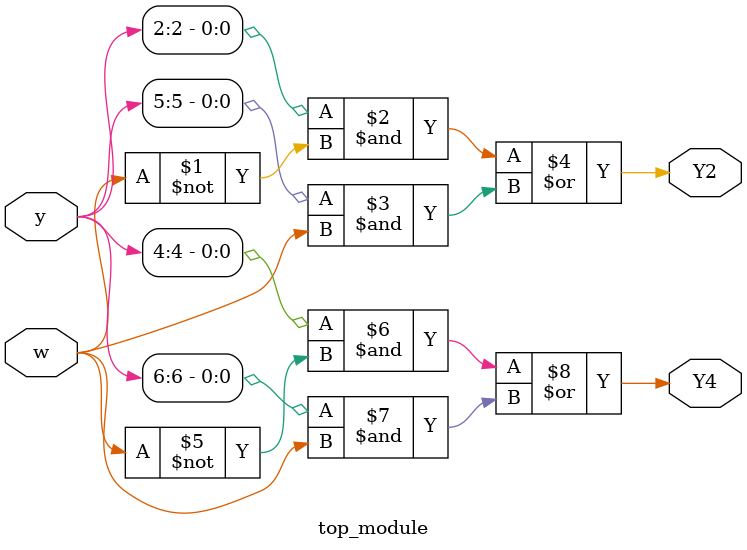
<source format=sv>
module top_module (
    input [6:1] y,
    input w,
    output Y2,
    output Y4
);

// Next-state logic for y[2] (state B and state E)
assign Y2 = (y[2] & ~w) | (y[5] & w);

// Next-state logic for y[4] (state D and state F)
assign Y4 = (y[4] & ~w) | (y[6] & w);

endmodule

</source>
